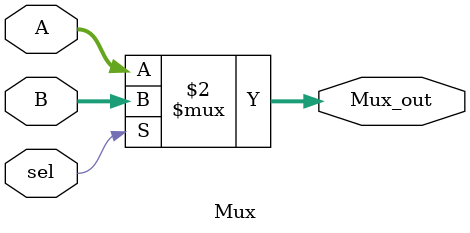
<source format=v>
module Mux(
    sel,
    A,
    B,
    Mux_out
);

input sel;
input [31:0] A, B;
output [31:0] Mux_out;

assign Mux_out = (sel==1'b0) ? A : B;
endmodule
</source>
